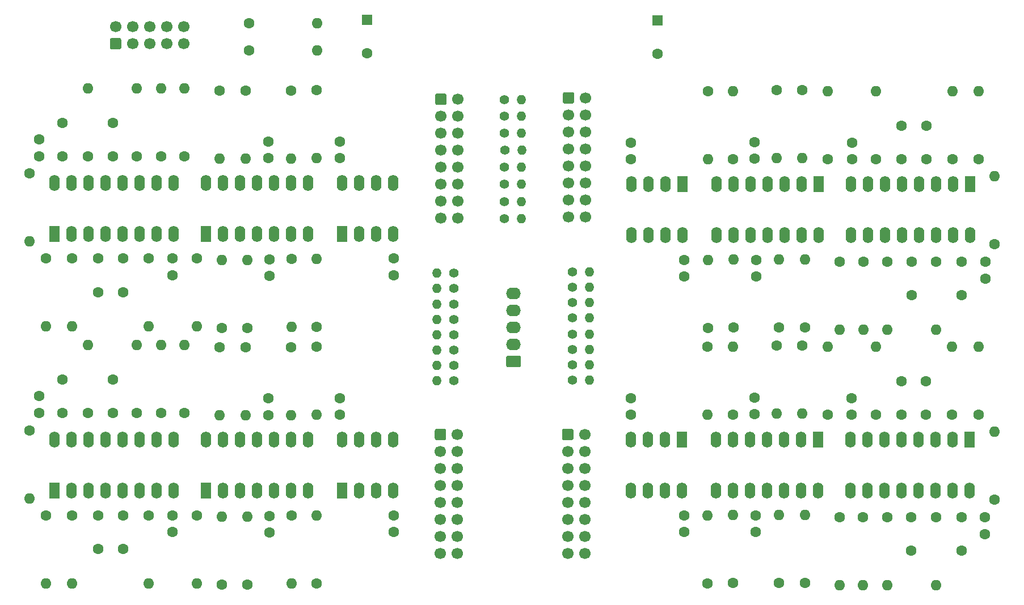
<source format=gbr>
%TF.GenerationSoftware,KiCad,Pcbnew,5.1.10-88a1d61d58~90~ubuntu20.10.1*%
%TF.CreationDate,2021-08-15T21:12:30+02:00*%
%TF.ProjectId,vcf-3350-8,7663662d-3333-4353-902d-382e6b696361,rev?*%
%TF.SameCoordinates,Original*%
%TF.FileFunction,Soldermask,Top*%
%TF.FilePolarity,Negative*%
%FSLAX46Y46*%
G04 Gerber Fmt 4.6, Leading zero omitted, Abs format (unit mm)*
G04 Created by KiCad (PCBNEW 5.1.10-88a1d61d58~90~ubuntu20.10.1) date 2021-08-15 21:12:30*
%MOMM*%
%LPD*%
G01*
G04 APERTURE LIST*
%ADD10C,1.700000*%
%ADD11O,1.600000X1.600000*%
%ADD12C,1.600000*%
%ADD13R,1.600000X1.600000*%
%ADD14O,1.600000X2.400000*%
%ADD15R,1.600000X2.400000*%
%ADD16O,1.400000X1.400000*%
%ADD17C,1.400000*%
%ADD18O,2.190000X1.740000*%
G04 APERTURE END LIST*
D10*
%TO.C,J6*%
X98560000Y-89560000D03*
X96020000Y-89560000D03*
X93480000Y-89560000D03*
X90940000Y-89560000D03*
X88400000Y-89560000D03*
X98560000Y-92100000D03*
X96020000Y-92100000D03*
X93480000Y-92100000D03*
X90940000Y-92100000D03*
G36*
G01*
X89000000Y-92950000D02*
X87800000Y-92950000D01*
G75*
G02*
X87550000Y-92700000I0J250000D01*
G01*
X87550000Y-91500000D01*
G75*
G02*
X87800000Y-91250000I250000J0D01*
G01*
X89000000Y-91250000D01*
G75*
G02*
X89250000Y-91500000I0J-250000D01*
G01*
X89250000Y-92700000D01*
G75*
G02*
X89000000Y-92950000I-250000J0D01*
G01*
G37*
%TD*%
D11*
%TO.C,R110*%
X118455302Y-93100000D03*
D12*
X108295302Y-93100000D03*
%TD*%
D11*
%TO.C,R109*%
X118455302Y-89050000D03*
D12*
X108295302Y-89050000D03*
%TD*%
%TO.C,C42*%
X125900000Y-93500000D03*
D13*
X125900000Y-88500000D03*
%TD*%
D12*
%TO.C,C41*%
X169300000Y-93600000D03*
D13*
X169300000Y-88600000D03*
%TD*%
D14*
%TO.C,U12*%
X79300000Y-151260000D03*
X97080000Y-158880000D03*
X81840000Y-151260000D03*
X94540000Y-158880000D03*
X84380000Y-151260000D03*
X92000000Y-158880000D03*
X86920000Y-151260000D03*
X89460000Y-158880000D03*
X89460000Y-151260000D03*
X86920000Y-158880000D03*
X92000000Y-151260000D03*
X84380000Y-158880000D03*
X94540000Y-151260000D03*
X81840000Y-158880000D03*
X97080000Y-151260000D03*
D15*
X79300000Y-158880000D03*
%TD*%
D14*
%TO.C,U11*%
X101900000Y-151260000D03*
X117140000Y-158880000D03*
X104440000Y-151260000D03*
X114600000Y-158880000D03*
X106980000Y-151260000D03*
X112060000Y-158880000D03*
X109520000Y-151260000D03*
X109520000Y-158880000D03*
X112060000Y-151260000D03*
X106980000Y-158880000D03*
X114600000Y-151260000D03*
X104440000Y-158880000D03*
X117140000Y-151260000D03*
D15*
X101900000Y-158880000D03*
%TD*%
D14*
%TO.C,U10*%
X122200000Y-151260000D03*
X129820000Y-158880000D03*
X124740000Y-151260000D03*
X127280000Y-158880000D03*
X127280000Y-151260000D03*
X124740000Y-158880000D03*
X129820000Y-151260000D03*
D15*
X122200000Y-158880000D03*
%TD*%
D14*
%TO.C,U9*%
X215870000Y-158900000D03*
X198090000Y-151280000D03*
X213330000Y-158900000D03*
X200630000Y-151280000D03*
X210790000Y-158900000D03*
X203170000Y-151280000D03*
X208250000Y-158900000D03*
X205710000Y-151280000D03*
X205710000Y-158900000D03*
X208250000Y-151280000D03*
X203170000Y-158900000D03*
X210790000Y-151280000D03*
X200630000Y-158900000D03*
X213330000Y-151280000D03*
X198090000Y-158900000D03*
D15*
X215870000Y-151280000D03*
%TD*%
D14*
%TO.C,U8*%
X193270000Y-158900000D03*
X178030000Y-151280000D03*
X190730000Y-158900000D03*
X180570000Y-151280000D03*
X188190000Y-158900000D03*
X183110000Y-151280000D03*
X185650000Y-158900000D03*
X185650000Y-151280000D03*
X183110000Y-158900000D03*
X188190000Y-151280000D03*
X180570000Y-158900000D03*
X190730000Y-151280000D03*
X178030000Y-158900000D03*
D15*
X193270000Y-151280000D03*
%TD*%
D14*
%TO.C,U7*%
X172970000Y-158900000D03*
X165350000Y-151280000D03*
X170430000Y-158900000D03*
X167890000Y-151280000D03*
X167890000Y-158900000D03*
X170430000Y-151280000D03*
X165350000Y-158900000D03*
D15*
X172970000Y-151280000D03*
%TD*%
D14*
%TO.C,U6*%
X79300000Y-112900000D03*
X97080000Y-120520000D03*
X81840000Y-112900000D03*
X94540000Y-120520000D03*
X84380000Y-112900000D03*
X92000000Y-120520000D03*
X86920000Y-112900000D03*
X89460000Y-120520000D03*
X89460000Y-112900000D03*
X86920000Y-120520000D03*
X92000000Y-112900000D03*
X84380000Y-120520000D03*
X94540000Y-112900000D03*
X81840000Y-120520000D03*
X97080000Y-112900000D03*
D15*
X79300000Y-120520000D03*
%TD*%
D14*
%TO.C,U5*%
X101900000Y-112900000D03*
X117140000Y-120520000D03*
X104440000Y-112900000D03*
X114600000Y-120520000D03*
X106980000Y-112900000D03*
X112060000Y-120520000D03*
X109520000Y-112900000D03*
X109520000Y-120520000D03*
X112060000Y-112900000D03*
X106980000Y-120520000D03*
X114600000Y-112900000D03*
X104440000Y-120520000D03*
X117140000Y-112900000D03*
D15*
X101900000Y-120520000D03*
%TD*%
D14*
%TO.C,U4*%
X122200000Y-112900000D03*
X129820000Y-120520000D03*
X124740000Y-112900000D03*
X127280000Y-120520000D03*
X127280000Y-112900000D03*
X124740000Y-120520000D03*
X129820000Y-112900000D03*
D15*
X122200000Y-120520000D03*
%TD*%
D11*
%TO.C,R106*%
X103900000Y-147640000D03*
D12*
X103900000Y-137480000D03*
%TD*%
D11*
%TO.C,R105*%
X118400000Y-147540000D03*
D12*
X118400000Y-137380000D03*
%TD*%
D11*
%TO.C,R104*%
X98700000Y-137120000D03*
D12*
X98700000Y-147280000D03*
%TD*%
D11*
%TO.C,R103*%
X84300000Y-137120000D03*
D12*
X84300000Y-147280000D03*
%TD*%
D11*
%TO.C,R102*%
X91600000Y-137120000D03*
D12*
X91600000Y-147280000D03*
%TD*%
D11*
%TO.C,R101*%
X95200000Y-137120000D03*
D12*
X95200000Y-147280000D03*
%TD*%
D11*
%TO.C,R100*%
X107800000Y-147640000D03*
D12*
X107800000Y-137480000D03*
%TD*%
D11*
%TO.C,R99*%
X114600000Y-147640000D03*
D12*
X114600000Y-137480000D03*
%TD*%
D11*
%TO.C,R98*%
X75600000Y-160040000D03*
D12*
X75600000Y-149880000D03*
%TD*%
D11*
%TO.C,R97*%
X118400000Y-162620000D03*
D12*
X118400000Y-172780000D03*
%TD*%
D11*
%TO.C,R96*%
X108100001Y-162820000D03*
D12*
X108100001Y-172980000D03*
%TD*%
D11*
%TO.C,R95*%
X93300000Y-172740000D03*
D12*
X93300000Y-162580000D03*
%TD*%
D11*
%TO.C,R94*%
X78000000Y-172740000D03*
D12*
X78000000Y-162580000D03*
%TD*%
D11*
%TO.C,R93*%
X81900000Y-172740000D03*
D12*
X81900000Y-162580000D03*
%TD*%
D11*
%TO.C,R92*%
X100500000Y-172740000D03*
D12*
X100500000Y-162580000D03*
%TD*%
D11*
%TO.C,R91*%
X114650000Y-172790000D03*
D12*
X114650000Y-162630000D03*
%TD*%
D11*
%TO.C,R90*%
X104300001Y-162820000D03*
D12*
X104300001Y-172980000D03*
%TD*%
D11*
%TO.C,R85*%
X191270000Y-162520000D03*
D12*
X191270000Y-172680000D03*
%TD*%
D11*
%TO.C,R84*%
X176770001Y-162620000D03*
D12*
X176770001Y-172780000D03*
%TD*%
D11*
%TO.C,R83*%
X196470001Y-173040000D03*
D12*
X196470001Y-162880000D03*
%TD*%
D11*
%TO.C,R82*%
X210870000Y-173040000D03*
D12*
X210870000Y-162880000D03*
%TD*%
D11*
%TO.C,R81*%
X203570000Y-173040000D03*
D12*
X203570000Y-162880000D03*
%TD*%
D11*
%TO.C,R80*%
X199970000Y-173040000D03*
D12*
X199970000Y-162880000D03*
%TD*%
D11*
%TO.C,R79*%
X187370000Y-162520000D03*
D12*
X187370000Y-172680000D03*
%TD*%
D11*
%TO.C,R78*%
X180570001Y-162520000D03*
D12*
X180570001Y-172680000D03*
%TD*%
D11*
%TO.C,R77*%
X219570001Y-150120000D03*
D12*
X219570001Y-160280000D03*
%TD*%
D11*
%TO.C,R76*%
X176770000Y-147540000D03*
D12*
X176770000Y-137380000D03*
%TD*%
D11*
%TO.C,R75*%
X187070000Y-147340000D03*
D12*
X187070000Y-137180000D03*
%TD*%
D11*
%TO.C,R74*%
X201870000Y-137420000D03*
D12*
X201870000Y-147580000D03*
%TD*%
D11*
%TO.C,R73*%
X217170000Y-137420000D03*
D12*
X217170000Y-147580000D03*
%TD*%
D11*
%TO.C,R72*%
X213270000Y-137420000D03*
D12*
X213270000Y-147580000D03*
%TD*%
D11*
%TO.C,R71*%
X194670000Y-137420000D03*
D12*
X194670000Y-147580000D03*
%TD*%
D11*
%TO.C,R70*%
X180520000Y-137370000D03*
D12*
X180520000Y-147530000D03*
%TD*%
D11*
%TO.C,R69*%
X190870000Y-147340000D03*
D12*
X190870000Y-137180000D03*
%TD*%
D11*
%TO.C,R64*%
X103900000Y-109280000D03*
D12*
X103900000Y-99120000D03*
%TD*%
D11*
%TO.C,R63*%
X118400000Y-109180000D03*
D12*
X118400000Y-99020000D03*
%TD*%
D11*
%TO.C,R62*%
X98700000Y-98760000D03*
D12*
X98700000Y-108920000D03*
%TD*%
D11*
%TO.C,R61*%
X84300000Y-98760000D03*
D12*
X84300000Y-108920000D03*
%TD*%
D11*
%TO.C,R60*%
X91600000Y-98760000D03*
D12*
X91600000Y-108920000D03*
%TD*%
D11*
%TO.C,R59*%
X95200000Y-98760000D03*
D12*
X95200000Y-108920000D03*
%TD*%
D11*
%TO.C,R58*%
X107800000Y-109280000D03*
D12*
X107800000Y-99120000D03*
%TD*%
D11*
%TO.C,R57*%
X114600000Y-109280000D03*
D12*
X114600000Y-99120000D03*
%TD*%
D11*
%TO.C,R56*%
X75600000Y-121680000D03*
D12*
X75600000Y-111520000D03*
%TD*%
D11*
%TO.C,R55*%
X118400000Y-124260000D03*
D12*
X118400000Y-134420000D03*
%TD*%
D11*
%TO.C,R54*%
X108100000Y-124460000D03*
D12*
X108100000Y-134620000D03*
%TD*%
D11*
%TO.C,R53*%
X93300000Y-134380000D03*
D12*
X93300000Y-124220000D03*
%TD*%
D11*
%TO.C,R52*%
X78000000Y-134380000D03*
D12*
X78000000Y-124220000D03*
%TD*%
D11*
%TO.C,R51*%
X81900000Y-134380000D03*
D12*
X81900000Y-124220000D03*
%TD*%
D11*
%TO.C,R50*%
X100500000Y-134380000D03*
D12*
X100500000Y-124220000D03*
%TD*%
D11*
%TO.C,R49*%
X114650000Y-134430000D03*
D12*
X114650000Y-124270000D03*
%TD*%
D11*
%TO.C,R48*%
X104300000Y-124460000D03*
D12*
X104300000Y-134620000D03*
%TD*%
%TO.C,C40*%
X111200000Y-147600000D03*
X111200000Y-145100000D03*
%TD*%
%TO.C,C39*%
X129900000Y-162580000D03*
X129900000Y-165080000D03*
%TD*%
%TO.C,C38*%
X111400000Y-162680000D03*
X111400000Y-165180000D03*
%TD*%
%TO.C,C37*%
X121900000Y-147580000D03*
X121900000Y-145080000D03*
%TD*%
%TO.C,C36*%
X77000000Y-147280000D03*
X77000000Y-144780000D03*
%TD*%
%TO.C,C35*%
X88000000Y-147280000D03*
X88000000Y-142280000D03*
%TD*%
%TO.C,C34*%
X80500000Y-142280000D03*
X80500000Y-147280000D03*
%TD*%
%TO.C,C33*%
X96900000Y-162580000D03*
X96900000Y-165080000D03*
%TD*%
%TO.C,C32*%
X89500000Y-167580000D03*
X89500000Y-162580000D03*
%TD*%
%TO.C,C31*%
X85800000Y-162580000D03*
X85800000Y-167580000D03*
%TD*%
%TO.C,C30*%
X183970000Y-162600000D03*
X183970000Y-165100000D03*
%TD*%
%TO.C,C29*%
X165270000Y-147580000D03*
X165270000Y-145080000D03*
%TD*%
%TO.C,C28*%
X183770000Y-147480000D03*
X183770000Y-144980000D03*
%TD*%
%TO.C,C27*%
X173270000Y-162580000D03*
X173270000Y-165080000D03*
%TD*%
%TO.C,C26*%
X218170001Y-162880000D03*
X218170001Y-165380000D03*
%TD*%
%TO.C,C25*%
X207170001Y-162880000D03*
X207170001Y-167880000D03*
%TD*%
%TO.C,C24*%
X214670001Y-167880000D03*
X214670001Y-162880000D03*
%TD*%
%TO.C,C23*%
X198270000Y-147580000D03*
X198270000Y-145080000D03*
%TD*%
%TO.C,C22*%
X205670000Y-142580000D03*
X205670000Y-147580000D03*
%TD*%
%TO.C,C21*%
X209370000Y-147580000D03*
X209370000Y-142580000D03*
%TD*%
%TO.C,C20*%
X111200000Y-109200000D03*
X111200000Y-106700000D03*
%TD*%
%TO.C,C19*%
X129900000Y-124220000D03*
X129900000Y-126720000D03*
%TD*%
%TO.C,C18*%
X111400000Y-124320000D03*
X111400000Y-126820000D03*
%TD*%
%TO.C,C17*%
X121900000Y-109220000D03*
X121900000Y-106720000D03*
%TD*%
%TO.C,C16*%
X77000000Y-108920000D03*
X77000000Y-106420000D03*
%TD*%
%TO.C,C15*%
X88000000Y-108920000D03*
X88000000Y-103920000D03*
%TD*%
%TO.C,C14*%
X80500000Y-103920000D03*
X80500000Y-108920000D03*
%TD*%
%TO.C,C13*%
X96900000Y-124220000D03*
X96900000Y-126720000D03*
%TD*%
%TO.C,C12*%
X89500000Y-129220000D03*
X89500000Y-124220000D03*
%TD*%
%TO.C,C11*%
X85800000Y-124220000D03*
X85800000Y-129220000D03*
%TD*%
D16*
%TO.C,R24*%
X136360000Y-140200000D03*
D17*
X138900000Y-140200000D03*
%TD*%
D16*
%TO.C,R23*%
X136360000Y-142500000D03*
D17*
X138900000Y-142500000D03*
%TD*%
D16*
%TO.C,R22*%
X159140000Y-142400000D03*
D17*
X156600000Y-142400000D03*
%TD*%
D16*
%TO.C,R21*%
X159140000Y-140100000D03*
D17*
X156600000Y-140100000D03*
%TD*%
D16*
%TO.C,R20*%
X136360000Y-135600000D03*
D17*
X138900000Y-135600000D03*
%TD*%
D16*
%TO.C,R19*%
X136360000Y-137900000D03*
D17*
X138900000Y-137900000D03*
%TD*%
D16*
%TO.C,R18*%
X159140000Y-137800000D03*
D17*
X156600000Y-137800000D03*
%TD*%
D16*
%TO.C,R17*%
X159140000Y-135500000D03*
D17*
X156600000Y-135500000D03*
%TD*%
D16*
%TO.C,R16*%
X136360000Y-131000000D03*
D17*
X138900000Y-131000000D03*
%TD*%
D16*
%TO.C,R15*%
X136360000Y-133300000D03*
D17*
X138900000Y-133300000D03*
%TD*%
D16*
%TO.C,R14*%
X159140000Y-133100000D03*
D17*
X156600000Y-133100000D03*
%TD*%
D16*
%TO.C,R13*%
X159140000Y-130800000D03*
D17*
X156600000Y-130800000D03*
%TD*%
D16*
%TO.C,R12*%
X136360000Y-126400000D03*
D17*
X138900000Y-126400000D03*
%TD*%
D16*
%TO.C,R10*%
X159140000Y-128500000D03*
D17*
X156600000Y-128500000D03*
%TD*%
D16*
%TO.C,R9*%
X159140000Y-126200000D03*
D17*
X156600000Y-126200000D03*
%TD*%
D16*
%TO.C,R11*%
X136360000Y-128700000D03*
D17*
X138900000Y-128700000D03*
%TD*%
D11*
%TO.C,R33*%
X219600000Y-111940000D03*
D12*
X219600000Y-122100000D03*
%TD*%
%TO.C,C10*%
X165300000Y-109400000D03*
X165300000Y-106900000D03*
%TD*%
D14*
%TO.C,U3*%
X173000000Y-120720000D03*
X165380000Y-113100000D03*
X170460000Y-120720000D03*
X167920000Y-113100000D03*
X167920000Y-120720000D03*
X170460000Y-113100000D03*
X165380000Y-120720000D03*
D15*
X173000000Y-113100000D03*
%TD*%
D12*
%TO.C,C9*%
X173300000Y-124400000D03*
X173300000Y-126900000D03*
%TD*%
D16*
%TO.C,R4*%
X149040000Y-108000000D03*
D17*
X146500000Y-108000000D03*
%TD*%
D16*
%TO.C,R8*%
X148990000Y-118250000D03*
D17*
X146450000Y-118250000D03*
%TD*%
D16*
%TO.C,R7*%
X148990000Y-115750000D03*
D17*
X146450000Y-115750000D03*
%TD*%
D16*
%TO.C,R6*%
X148990000Y-113100000D03*
D17*
X146450000Y-113100000D03*
%TD*%
D16*
%TO.C,R5*%
X148990000Y-110550000D03*
D17*
X146450000Y-110550000D03*
%TD*%
D16*
%TO.C,R3*%
X148990000Y-105500000D03*
D17*
X146450000Y-105500000D03*
%TD*%
D16*
%TO.C,R2*%
X148990000Y-102950000D03*
D17*
X146450000Y-102950000D03*
%TD*%
D16*
%TO.C,R1*%
X148990000Y-100450000D03*
D17*
X146450000Y-100450000D03*
%TD*%
D14*
%TO.C,U1*%
X193300000Y-120720000D03*
X178060000Y-113100000D03*
X190760000Y-120720000D03*
X180600000Y-113100000D03*
X188220000Y-120720000D03*
X183140000Y-113100000D03*
X185680000Y-120720000D03*
X185680000Y-113100000D03*
X183140000Y-120720000D03*
X188220000Y-113100000D03*
X180600000Y-120720000D03*
X190760000Y-113100000D03*
X178060000Y-120720000D03*
D15*
X193300000Y-113100000D03*
%TD*%
D14*
%TO.C,U2*%
X215900000Y-120720000D03*
X198120000Y-113100000D03*
X213360000Y-120720000D03*
X200660000Y-113100000D03*
X210820000Y-120720000D03*
X203200000Y-113100000D03*
X208280000Y-120720000D03*
X205740000Y-113100000D03*
X205740000Y-120720000D03*
X208280000Y-113100000D03*
X203200000Y-120720000D03*
X210820000Y-113100000D03*
X200660000Y-120720000D03*
X213360000Y-113100000D03*
X198120000Y-120720000D03*
D15*
X215900000Y-113100000D03*
%TD*%
D11*
%TO.C,R41*%
X191300000Y-124340000D03*
D12*
X191300000Y-134500000D03*
%TD*%
D11*
%TO.C,R40*%
X176800000Y-124440000D03*
D12*
X176800000Y-134600000D03*
%TD*%
D11*
%TO.C,R39*%
X196500000Y-134860000D03*
D12*
X196500000Y-124700000D03*
%TD*%
D11*
%TO.C,R38*%
X210900000Y-134860000D03*
D12*
X210900000Y-124700000D03*
%TD*%
D11*
%TO.C,R37*%
X203600000Y-134860000D03*
D12*
X203600000Y-124700000D03*
%TD*%
D11*
%TO.C,R36*%
X200000000Y-134860000D03*
D12*
X200000000Y-124700000D03*
%TD*%
D11*
%TO.C,R35*%
X187400000Y-124340000D03*
D12*
X187400000Y-134500000D03*
%TD*%
D11*
%TO.C,R34*%
X180600000Y-124340000D03*
D12*
X180600000Y-134500000D03*
%TD*%
D11*
%TO.C,R32*%
X176800000Y-109360000D03*
D12*
X176800000Y-99200000D03*
%TD*%
D11*
%TO.C,R31*%
X187100000Y-109160000D03*
D12*
X187100000Y-99000000D03*
%TD*%
D11*
%TO.C,R30*%
X201900000Y-99240000D03*
D12*
X201900000Y-109400000D03*
%TD*%
D11*
%TO.C,R29*%
X217200000Y-99240000D03*
D12*
X217200000Y-109400000D03*
%TD*%
D11*
%TO.C,R28*%
X213300000Y-99240000D03*
D12*
X213300000Y-109400000D03*
%TD*%
D11*
%TO.C,R27*%
X194700000Y-99240000D03*
D12*
X194700000Y-109400000D03*
%TD*%
D11*
%TO.C,R26*%
X180550000Y-99190000D03*
D12*
X180550000Y-109350000D03*
%TD*%
D11*
%TO.C,R25*%
X190900000Y-109160000D03*
D12*
X190900000Y-99000000D03*
%TD*%
D18*
%TO.C,J5*%
X147800000Y-129440000D03*
X147800000Y-131980000D03*
X147800000Y-134520000D03*
X147800000Y-137060000D03*
G36*
G01*
X148645001Y-140470000D02*
X146954999Y-140470000D01*
G75*
G02*
X146705000Y-140220001I0J249999D01*
G01*
X146705000Y-138979999D01*
G75*
G02*
X146954999Y-138730000I249999J0D01*
G01*
X148645001Y-138730000D01*
G75*
G02*
X148895000Y-138979999I0J-249999D01*
G01*
X148895000Y-140220001D01*
G75*
G02*
X148645001Y-140470000I-249999J0D01*
G01*
G37*
%TD*%
D10*
%TO.C,J4*%
X139435000Y-168290000D03*
X139435000Y-165750000D03*
X139435000Y-163210000D03*
X139435000Y-160670000D03*
X139435000Y-158130000D03*
X139435000Y-155590000D03*
X139435000Y-153050000D03*
X139435000Y-150510000D03*
X136895000Y-168290000D03*
X136895000Y-165750000D03*
X136895000Y-163210000D03*
X136895000Y-160670000D03*
X136895000Y-158130000D03*
X136895000Y-155590000D03*
X136895000Y-153050000D03*
G36*
G01*
X136045000Y-151110000D02*
X136045000Y-149910000D01*
G75*
G02*
X136295000Y-149660000I250000J0D01*
G01*
X137495000Y-149660000D01*
G75*
G02*
X137745000Y-149910000I0J-250000D01*
G01*
X137745000Y-151110000D01*
G75*
G02*
X137495000Y-151360000I-250000J0D01*
G01*
X136295000Y-151360000D01*
G75*
G02*
X136045000Y-151110000I0J250000D01*
G01*
G37*
%TD*%
%TO.C,J3*%
X158440000Y-168290000D03*
X158440000Y-165750000D03*
X158440000Y-163210000D03*
X158440000Y-160670000D03*
X158440000Y-158130000D03*
X158440000Y-155590000D03*
X158440000Y-153050000D03*
X158440000Y-150510000D03*
X155900000Y-168290000D03*
X155900000Y-165750000D03*
X155900000Y-163210000D03*
X155900000Y-160670000D03*
X155900000Y-158130000D03*
X155900000Y-155590000D03*
X155900000Y-153050000D03*
G36*
G01*
X155050000Y-151110000D02*
X155050000Y-149910000D01*
G75*
G02*
X155300000Y-149660000I250000J0D01*
G01*
X156500000Y-149660000D01*
G75*
G02*
X156750000Y-149910000I0J-250000D01*
G01*
X156750000Y-151110000D01*
G75*
G02*
X156500000Y-151360000I-250000J0D01*
G01*
X155300000Y-151360000D01*
G75*
G02*
X155050000Y-151110000I0J250000D01*
G01*
G37*
%TD*%
%TO.C,J2*%
X139495000Y-118190000D03*
X139495000Y-115650000D03*
X139495000Y-113110000D03*
X139495000Y-110570000D03*
X139495000Y-108030000D03*
X139495000Y-105490000D03*
X139495000Y-102950000D03*
X139495000Y-100410000D03*
X136955000Y-118190000D03*
X136955000Y-115650000D03*
X136955000Y-113110000D03*
X136955000Y-110570000D03*
X136955000Y-108030000D03*
X136955000Y-105490000D03*
X136955000Y-102950000D03*
G36*
G01*
X136105000Y-101010000D02*
X136105000Y-99810000D01*
G75*
G02*
X136355000Y-99560000I250000J0D01*
G01*
X137555000Y-99560000D01*
G75*
G02*
X137805000Y-99810000I0J-250000D01*
G01*
X137805000Y-101010000D01*
G75*
G02*
X137555000Y-101260000I-250000J0D01*
G01*
X136355000Y-101260000D01*
G75*
G02*
X136105000Y-101010000I0J250000D01*
G01*
G37*
%TD*%
%TO.C,J1*%
X158540000Y-117980000D03*
X158540000Y-115440000D03*
X158540000Y-112900000D03*
X158540000Y-110360000D03*
X158540000Y-107820000D03*
X158540000Y-105280000D03*
X158540000Y-102740000D03*
X158540000Y-100200000D03*
X156000000Y-117980000D03*
X156000000Y-115440000D03*
X156000000Y-112900000D03*
X156000000Y-110360000D03*
X156000000Y-107820000D03*
X156000000Y-105280000D03*
X156000000Y-102740000D03*
G36*
G01*
X155150000Y-100800000D02*
X155150000Y-99600000D01*
G75*
G02*
X155400000Y-99350000I250000J0D01*
G01*
X156600000Y-99350000D01*
G75*
G02*
X156850000Y-99600000I0J-250000D01*
G01*
X156850000Y-100800000D01*
G75*
G02*
X156600000Y-101050000I-250000J0D01*
G01*
X155400000Y-101050000D01*
G75*
G02*
X155150000Y-100800000I0J250000D01*
G01*
G37*
%TD*%
D12*
%TO.C,C8*%
X184000000Y-124400000D03*
X184000000Y-126900000D03*
%TD*%
%TO.C,C7*%
X183800000Y-109300000D03*
X183800000Y-106800000D03*
%TD*%
%TO.C,C6*%
X218200000Y-124700000D03*
X218200000Y-127200000D03*
%TD*%
%TO.C,C5*%
X207200000Y-124700000D03*
X207200000Y-129700000D03*
%TD*%
%TO.C,C4*%
X214700000Y-129700000D03*
X214700000Y-124700000D03*
%TD*%
%TO.C,C3*%
X198300000Y-109400000D03*
X198300000Y-106900000D03*
%TD*%
%TO.C,C2*%
X205700000Y-104400000D03*
X205700000Y-109400000D03*
%TD*%
%TO.C,C1*%
X209400000Y-109400000D03*
X209400000Y-104400000D03*
%TD*%
M02*

</source>
